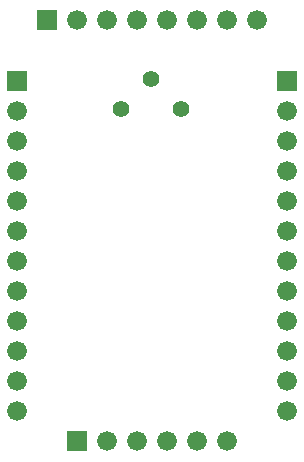
<source format=gbr>
G04 start of page 6 for group -4062 idx -4062 *
G04 Title: (unknown), soldermask *
G04 Creator: pcb 20110918 *
G04 CreationDate: Mon Jul 21 20:20:48 2014 UTC *
G04 For: fosse *
G04 Format: Gerber/RS-274X *
G04 PCB-Dimensions: 200000 300000 *
G04 PCB-Coordinate-Origin: lower left *
%MOIN*%
%FSLAX25Y25*%
%LNBOTTOMMASK*%
%ADD36C,0.0560*%
%ADD35C,0.0660*%
%ADD34C,0.0001*%
G54D34*G36*
X137200Y181050D02*Y174450D01*
X143800D01*
Y181050D01*
X137200D01*
G37*
G54D35*X140500Y167750D03*
Y157750D03*
Y147750D03*
Y137750D03*
Y127750D03*
Y117750D03*
Y107750D03*
Y97750D03*
Y87750D03*
Y77750D03*
Y67750D03*
G54D34*G36*
X47200Y181050D02*Y174450D01*
X53800D01*
Y181050D01*
X47200D01*
G37*
G54D35*X50500Y167750D03*
Y157750D03*
G54D34*G36*
X57200Y201300D02*Y194700D01*
X63800D01*
Y201300D01*
X57200D01*
G37*
G54D35*X70500Y198000D03*
X50500Y147750D03*
Y137750D03*
Y127750D03*
Y117750D03*
Y107750D03*
Y97750D03*
Y87750D03*
Y77750D03*
Y67750D03*
G54D34*G36*
X67200Y61050D02*Y54450D01*
X73800D01*
Y61050D01*
X67200D01*
G37*
G54D35*X80500Y57750D03*
X90500D03*
X100500D03*
X110500D03*
X120500D03*
G54D36*X105000Y168500D03*
X85000D03*
X95000Y178500D03*
G54D35*X80500Y198000D03*
X90500D03*
X100500D03*
X110500D03*
X120500D03*
X130500D03*
M02*

</source>
